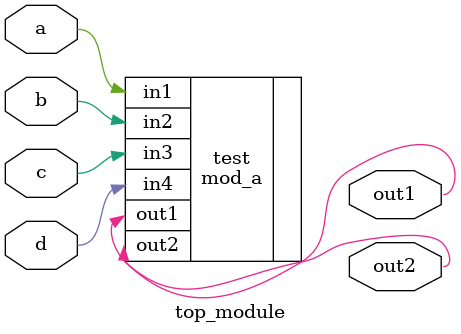
<source format=v>
module top_module ( 
    input a, 
    input b, 
    input c,
    input d,
    output out1,
    output out2
);
    mod_a test(.out1(out1), .out2(out2), .in1(a) ,.in2(b) ,.in3(c),.in4(d));
endmodule

</source>
